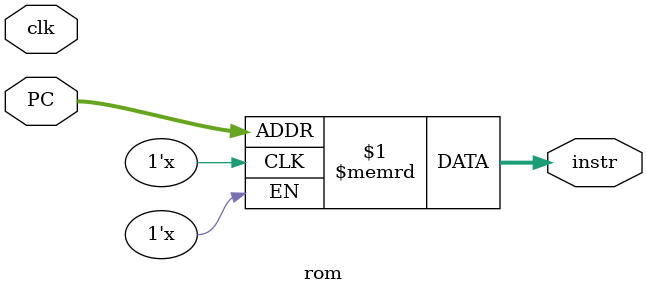
<source format=v>
module rom(
    input clk,
    input [15:0] PC,
    output [15:0] instr
);

    reg [15:0] romFile [2**15:0];

    assign instr = romFile[PC];

    // always @(posedge clk) begin
    //     regFile[wr_addr] <= wr_data;
    // end

endmodule


</source>
